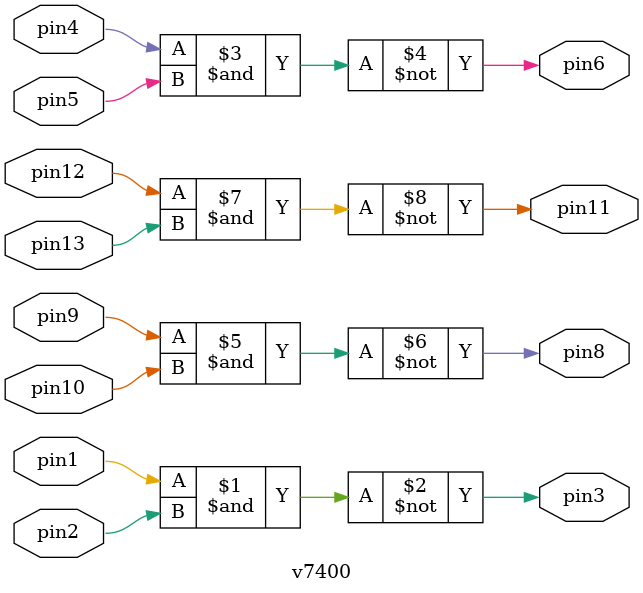
<source format=v>
`timescale 1ns/1ns

module DLatchCircuit (SW, LEDR);

	input [9:0] SW;
	output [1:0] LEDR;
	
	wire  s, r, clk, s_g, r_g, w0, w1, Qa, Qb;
	assign s = SW[0];
	assign clk = SW[1];
	
	v7404 U1( .pin1(s),		//NOT gate for R signal
				 .pin2(r) );

	v7400 U2( .pin1(s),
				 .pin2(clk),
				 .pin3(s_g) );
	
	v7400 U3( .pin4(r),
				 .pin5(clk),
				 .pin6(r_g) );
				 
	v7400 U4( .pin9(s_g),
				 .pin10(w1),
				 .pin8(w0) );
				 
	v7400 U5( .pin12(r_g),
				 .pin13(w0),
				 .pin11(w1) );
	
	assign Qa = w0;		//Gated D Latch Output Signals
	assign Qb = w1;
	
	assign LEDR[0] = Qa;
	assign LEDR[1] = Qb;
	

endmodule




module v7404 (input pin1, pin3, pin5, pin9, pin11, pin13,    //6 NOT gates
              output pin2,pin4, pin6, pin8, pin10, pin12);
      
      //how the pins are functioning inside chip
      assign pin2 = ~pin1;
      assign pin4 = ~pin3;
      assign pin6 = ~pin5;
      assign pin8 = ~pin9;
      assign pin10 = ~pin11;
      assign pin12 = ~pin13;
		
endmodule

  
module v7408 (input pin1, pin2, pin4, pin5, pin9, pin10, pin12, pin13,  //4 AND gates
              output pin3, pin6, pin8, pin11);
      
      //how the pins are functioning inside chip
      assign pin3 = pin1 & pin2;
      assign pin6 = pin4 & pin5;
      assign pin8 = pin9 & pin10;
      assign pin11 = pin12 & pin13;
		
endmodule
 
  
  
module v7432 (input pin1, pin2, pin4, pin5, pin9, pin10, pin12, pin13,   //4 OR gates
              output pin3, pin6, pin8, pin11);
      
      //how the pins are functioning inside chip
      assign pin3 = pin1 | pin2;
      assign pin6 = pin4 | pin5;
      assign pin8 = pin9 | pin10;
      assign pin11 = pin12 | pin13;
		
endmodule



module v7400 (input pin1, pin2, pin4, pin5, pin9, pin10, pin12, pin13,   //4 NAND gates
              output pin3, pin6, pin8, pin11);
      
      //how the pins are functioning inside chip
      assign pin3 = ~(pin1 & pin2);
      assign pin6 = ~(pin4 & pin5);
      assign pin8 = ~(pin9 & pin10);
      assign pin11 = ~(pin12 & pin13);
		
endmodule
</source>
